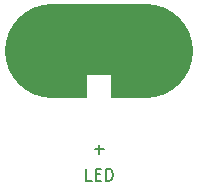
<source format=gto>
%TF.GenerationSoftware,KiCad,Pcbnew,4.0.5-e0-6337~49~ubuntu16.04.1*%
%TF.CreationDate,2017-02-14T01:06:31-08:00*%
%TF.ProjectId,2x2-LED-TH-2.54mm-Pitch,3278322D4C45442D54482D322E35346D,1.0*%
%TF.FileFunction,Legend,Top*%
%FSLAX46Y46*%
G04 Gerber Fmt 4.6, Leading zero omitted, Abs format (unit mm)*
G04 Created by KiCad (PCBNEW 4.0.5-e0-6337~49~ubuntu16.04.1) date Tue Feb 14 01:06:31 2017*
%MOMM*%
%LPD*%
G01*
G04 APERTURE LIST*
%ADD10C,0.350000*%
%ADD11C,8.000000*%
%ADD12C,0.150000*%
%ADD13R,2.152400X2.052400*%
%ADD14C,2.052400*%
G04 APERTURE END LIST*
D10*
D11*
X24816800Y-46432200D02*
X32816800Y-46432200D01*
D12*
X27316800Y-48202200D02*
X30316800Y-48202200D01*
X28173943Y-57384581D02*
X27697752Y-57384581D01*
X27697752Y-56384581D01*
X28507276Y-56860771D02*
X28840610Y-56860771D01*
X28983467Y-57384581D02*
X28507276Y-57384581D01*
X28507276Y-56384581D01*
X28983467Y-56384581D01*
X29412038Y-57384581D02*
X29412038Y-56384581D01*
X29650133Y-56384581D01*
X29792991Y-56432200D01*
X29888229Y-56527438D01*
X29935848Y-56622676D01*
X29983467Y-56813152D01*
X29983467Y-56956010D01*
X29935848Y-57146486D01*
X29888229Y-57241724D01*
X29792991Y-57336962D01*
X29650133Y-57384581D01*
X29412038Y-57384581D01*
X28435848Y-54703629D02*
X29197753Y-54703629D01*
X28816801Y-55084581D02*
X28816801Y-54322676D01*
%LPC*%
D13*
X28816800Y-49432200D03*
D14*
X28816800Y-51972200D03*
M02*

</source>
